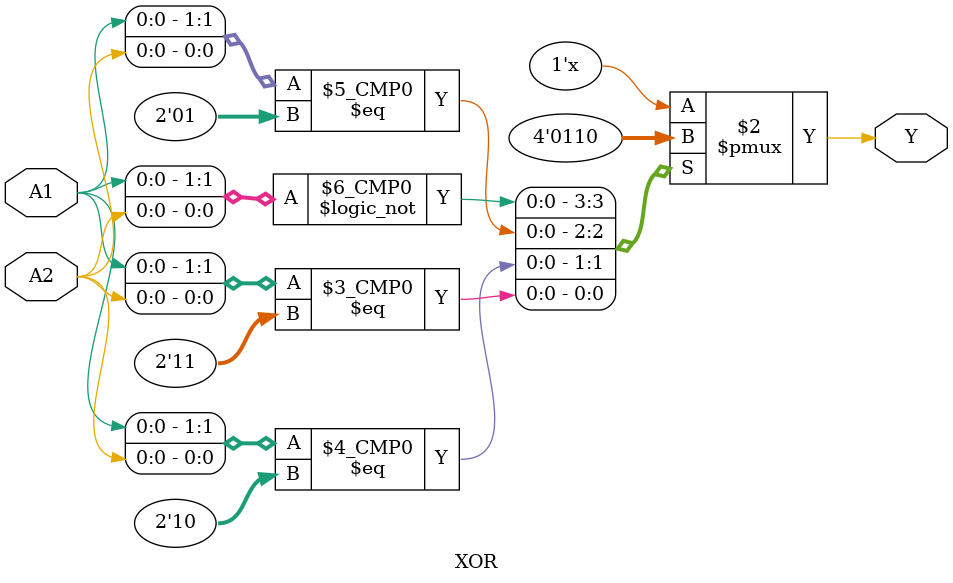
<source format=v>

module XOR(Y,A1,A2);
input A1,A2;
output Y;
reg Y;

always @(A1 or A2)
case ({A1,A2})
2'b00 : Y <=1'b0;
2'b01 : Y <=1'b1;
2'b10 : Y <=1'b1;
2'b11 : Y <=1'b0;
endcase

endmodule

</source>
